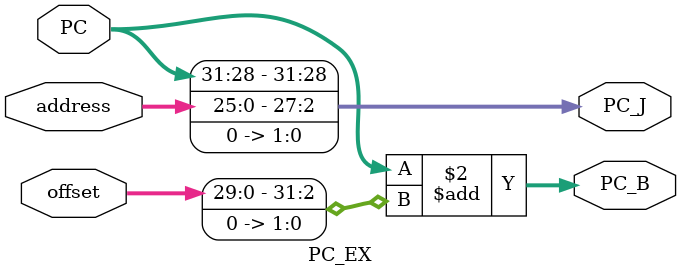
<source format=v>
`timescale 1ns / 1ps


module PC_EX(
    input [31: 0] PC,
    input [31: 0] offset, 
    input [25: 0] address,
    output reg [31:0] PC_J,
    output reg [31:0] PC_B
    );
    always@(*)
    begin
        PC_J <= {PC[31:28],address[25:0],2'b0 };
        PC_B <= PC+{offset[29:0],2'b0};
    end
endmodule

</source>
